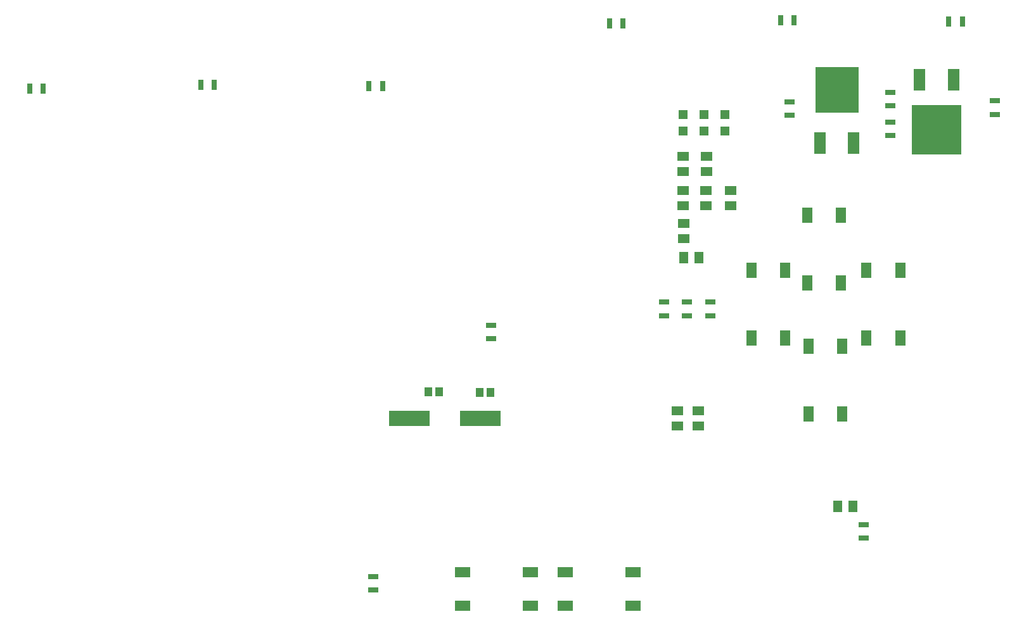
<source format=gtp>
G04*
G04 #@! TF.GenerationSoftware,Altium Limited,Altium Designer,22.1.2 (22)*
G04*
G04 Layer_Color=8421504*
%FSLAX25Y25*%
%MOIN*%
G70*
G04*
G04 #@! TF.SameCoordinates,6339715F-6F4B-4C81-9F29-0EB7974063C6*
G04*
G04*
G04 #@! TF.FilePolarity,Positive*
G04*
G01*
G75*
%ADD18R,0.06000X0.04500*%
%ADD19R,0.04500X0.06000*%
%ADD20R,0.05118X0.04528*%
G04:AMPARAMS|DCode=21|XSize=51.18mil|YSize=29.92mil|CornerRadius=3.74mil|HoleSize=0mil|Usage=FLASHONLY|Rotation=180.000|XOffset=0mil|YOffset=0mil|HoleType=Round|Shape=RoundedRectangle|*
%AMROUNDEDRECTD21*
21,1,0.05118,0.02244,0,0,180.0*
21,1,0.04370,0.02992,0,0,180.0*
1,1,0.00748,-0.02185,0.01122*
1,1,0.00748,0.02185,0.01122*
1,1,0.00748,0.02185,-0.01122*
1,1,0.00748,-0.02185,-0.01122*
%
%ADD21ROUNDEDRECTD21*%
%ADD22R,0.21654X0.07874*%
G04:AMPARAMS|DCode=23|XSize=51.18mil|YSize=29.92mil|CornerRadius=3.74mil|HoleSize=0mil|Usage=FLASHONLY|Rotation=90.000|XOffset=0mil|YOffset=0mil|HoleType=Round|Shape=RoundedRectangle|*
%AMROUNDEDRECTD23*
21,1,0.05118,0.02244,0,0,90.0*
21,1,0.04370,0.02992,0,0,90.0*
1,1,0.00748,0.01122,0.02185*
1,1,0.00748,0.01122,-0.02185*
1,1,0.00748,-0.01122,-0.02185*
1,1,0.00748,-0.01122,0.02185*
%
%ADD23ROUNDEDRECTD23*%
%ADD24R,0.06299X0.11811*%
%ADD25R,0.26378X0.26378*%
%ADD26R,0.22835X0.24410*%
%ADD27R,0.06299X0.11811*%
%ADD28R,0.03937X0.05118*%
%ADD29R,0.05512X0.08268*%
%ADD30R,0.08268X0.05512*%
D18*
X425000Y244000D02*
D03*
Y236000D02*
D03*
X412000Y244000D02*
D03*
Y236000D02*
D03*
X412500Y262000D02*
D03*
Y254000D02*
D03*
X400500Y226500D02*
D03*
Y218500D02*
D03*
X400000Y244000D02*
D03*
Y236000D02*
D03*
Y262000D02*
D03*
Y254000D02*
D03*
X408000Y120000D02*
D03*
Y128000D02*
D03*
X397000Y120000D02*
D03*
Y128000D02*
D03*
D19*
X400500Y208500D02*
D03*
X408500D02*
D03*
X489500Y77500D02*
D03*
X481500D02*
D03*
D20*
X400000Y275071D02*
D03*
Y283929D02*
D03*
X422000Y275071D02*
D03*
Y283929D02*
D03*
X411000Y275071D02*
D03*
Y283929D02*
D03*
D21*
X299000Y173004D02*
D03*
Y165957D02*
D03*
X414500Y177996D02*
D03*
Y185043D02*
D03*
X402000Y177996D02*
D03*
Y185043D02*
D03*
X390000Y177996D02*
D03*
Y185043D02*
D03*
X456000Y283496D02*
D03*
Y290543D02*
D03*
X564000Y283996D02*
D03*
Y291043D02*
D03*
X509000Y280004D02*
D03*
Y272957D02*
D03*
Y288496D02*
D03*
Y295543D02*
D03*
X495000Y68004D02*
D03*
Y60957D02*
D03*
X237000Y33496D02*
D03*
Y40543D02*
D03*
D22*
X293402Y124000D02*
D03*
X256000D02*
D03*
D23*
X547004Y333000D02*
D03*
X539957D02*
D03*
X458504Y333500D02*
D03*
X451457D02*
D03*
X368504Y332000D02*
D03*
X361457D02*
D03*
X242004Y299000D02*
D03*
X234957D02*
D03*
X63504Y297500D02*
D03*
X56457D02*
D03*
X153504Y299500D02*
D03*
X146457D02*
D03*
D24*
X542555Y302091D02*
D03*
X524445D02*
D03*
D25*
X533500Y275909D02*
D03*
D26*
X481000Y297000D02*
D03*
D27*
X472004Y268732D02*
D03*
X489996D02*
D03*
D28*
X293047Y137500D02*
D03*
X298953D02*
D03*
X271953Y138000D02*
D03*
X266047D02*
D03*
D29*
X483258Y230913D02*
D03*
Y195087D02*
D03*
X465542D02*
D03*
Y230913D02*
D03*
X453858Y201913D02*
D03*
Y166087D02*
D03*
X436142D02*
D03*
Y201913D02*
D03*
X514358D02*
D03*
Y166087D02*
D03*
X496642D02*
D03*
Y201913D02*
D03*
X483758Y161913D02*
D03*
Y126087D02*
D03*
X466042D02*
D03*
Y161913D02*
D03*
D30*
X338087Y42858D02*
D03*
X373913D02*
D03*
Y25142D02*
D03*
X338087D02*
D03*
X284087Y42858D02*
D03*
X319913D02*
D03*
Y25142D02*
D03*
X284087D02*
D03*
M02*

</source>
